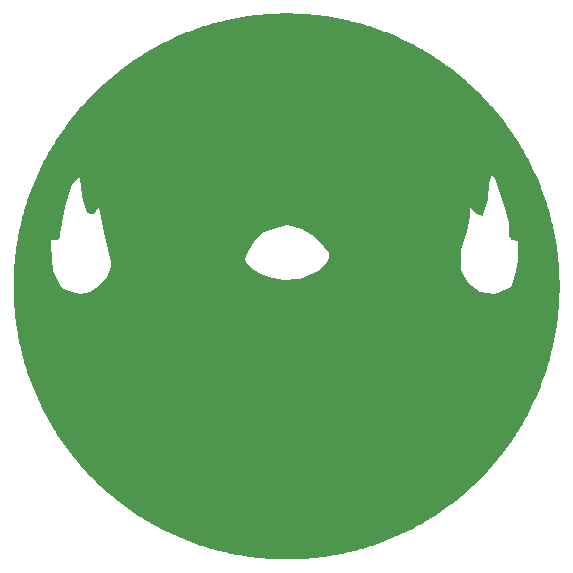
<source format=gtl>
G04 Layer: TopLayer*
G04 EasyEDA v6.4.7, 2020-11-14T21:45:58--5:00*
G04 4beb7541176d43e18d54f8e2082e3679,79d071017cc24593b82b416037a8e878,10*
G04 Gerber Generator version 0.2*
G04 Scale: 100 percent, Rotated: No, Reflected: No *
G04 Dimensions in millimeters *
G04 leading zeros omitted , absolute positions ,3 integer and 3 decimal *
%FSLAX33Y33*%
%MOMM*%
G90*
D02*


%LPD*%
G36*
G01X23331Y46224D02*
G01X23114Y46225D01*
G01X22896Y46224D01*
G01X22679Y46221D01*
G01X22461Y46216D01*
G01X22244Y46209D01*
G01X22027Y46200D01*
G01X21810Y46188D01*
G01X21593Y46175D01*
G01X21376Y46159D01*
G01X21159Y46142D01*
G01X20943Y46123D01*
G01X20726Y46102D01*
G01X20511Y46078D01*
G01X20295Y46052D01*
G01X20079Y46025D01*
G01X19863Y45995D01*
G01X19648Y45964D01*
G01X19434Y45930D01*
G01X19219Y45894D01*
G01X19005Y45857D01*
G01X18791Y45817D01*
G01X18578Y45775D01*
G01X18365Y45732D01*
G01X18152Y45686D01*
G01X17941Y45639D01*
G01X17729Y45589D01*
G01X17518Y45537D01*
G01X17307Y45484D01*
G01X17097Y45428D01*
G01X16887Y45371D01*
G01X16678Y45311D01*
G01X16470Y45250D01*
G01X16262Y45186D01*
G01X16054Y45121D01*
G01X15848Y45053D01*
G01X15642Y44984D01*
G01X15436Y44913D01*
G01X15231Y44840D01*
G01X15028Y44764D01*
G01X14824Y44687D01*
G01X14622Y44609D01*
G01X14420Y44528D01*
G01X14219Y44445D01*
G01X14019Y44360D01*
G01X13819Y44274D01*
G01X13621Y44185D01*
G01X13423Y44095D01*
G01X13226Y44003D01*
G01X13030Y43909D01*
G01X12835Y43813D01*
G01X12641Y43716D01*
G01X12447Y43616D01*
G01X12255Y43515D01*
G01X12063Y43412D01*
G01X11873Y43308D01*
G01X11684Y43201D01*
G01X11495Y43092D01*
G01X11308Y42982D01*
G01X11121Y42870D01*
G01X10936Y42756D01*
G01X10752Y42641D01*
G01X10568Y42524D01*
G01X10387Y42405D01*
G01X10206Y42284D01*
G01X10026Y42162D01*
G01X9848Y42039D01*
G01X9670Y41913D01*
G01X9494Y41786D01*
G01X9319Y41657D01*
G01X9145Y41526D01*
G01X8972Y41394D01*
G01X8801Y41260D01*
G01X8631Y41125D01*
G01X8462Y40987D01*
G01X8295Y40849D01*
G01X8129Y40709D01*
G01X7964Y40567D01*
G01X7800Y40424D01*
G01X7638Y40279D01*
G01X7477Y40133D01*
G01X7318Y39985D01*
G01X7160Y39835D01*
G01X7003Y39684D01*
G01X6848Y39533D01*
G01X6694Y39379D01*
G01X6543Y39224D01*
G01X6392Y39067D01*
G01X6242Y38909D01*
G01X6094Y38750D01*
G01X5948Y38589D01*
G01X5803Y38427D01*
G01X5660Y38263D01*
G01X5518Y38098D01*
G01X5378Y37932D01*
G01X5240Y37765D01*
G01X5102Y37596D01*
G01X4967Y37426D01*
G01X4833Y37255D01*
G01X4701Y37082D01*
G01X4570Y36908D01*
G01X4441Y36733D01*
G01X4314Y36557D01*
G01X4188Y36379D01*
G01X4065Y36201D01*
G01X3943Y36021D01*
G01X3822Y35840D01*
G01X3703Y35659D01*
G01X3586Y35475D01*
G01X3471Y35291D01*
G01X3357Y35106D01*
G01X3245Y34919D01*
G01X3135Y34732D01*
G01X3026Y34544D01*
G01X2919Y34354D01*
G01X2815Y34164D01*
G01X2712Y33972D01*
G01X2611Y33780D01*
G01X2511Y33586D01*
G01X2414Y33392D01*
G01X2318Y33197D01*
G01X2224Y33001D01*
G01X2132Y32804D01*
G01X2042Y32606D01*
G01X1953Y32408D01*
G01X1867Y32208D01*
G01X1782Y32008D01*
G01X1699Y31807D01*
G01X1618Y31605D01*
G01X1540Y31403D01*
G01X1463Y31199D01*
G01X1387Y30996D01*
G01X1314Y30791D01*
G01X1243Y30585D01*
G01X1174Y30379D01*
G01X1106Y30173D01*
G01X1041Y29965D01*
G01X977Y29757D01*
G01X916Y29549D01*
G01X856Y29340D01*
G01X799Y29130D01*
G01X743Y28920D01*
G01X690Y28709D01*
G01X638Y28498D01*
G01X588Y28286D01*
G01X541Y28075D01*
G01X495Y27862D01*
G01X452Y27649D01*
G01X410Y27436D01*
G01X370Y27222D01*
G01X333Y27008D01*
G01X297Y26793D01*
G01X263Y26579D01*
G01X232Y26364D01*
G01X202Y26148D01*
G01X175Y25932D01*
G01X149Y25716D01*
G01X125Y25501D01*
G01X104Y25284D01*
G01X85Y25068D01*
G01X68Y24851D01*
G01X52Y24634D01*
G01X39Y24417D01*
G01X27Y24200D01*
G01X18Y23983D01*
G01X11Y23766D01*
G01X6Y23548D01*
G01X3Y23331D01*
G01X2Y23114D01*
G01X3Y22896D01*
G01X6Y22679D01*
G01X11Y22461D01*
G01X18Y22244D01*
G01X27Y22027D01*
G01X39Y21810D01*
G01X52Y21593D01*
G01X68Y21376D01*
G01X85Y21159D01*
G01X104Y20943D01*
G01X125Y20726D01*
G01X149Y20511D01*
G01X175Y20295D01*
G01X202Y20079D01*
G01X232Y19863D01*
G01X263Y19648D01*
G01X297Y19434D01*
G01X333Y19219D01*
G01X370Y19005D01*
G01X410Y18791D01*
G01X452Y18578D01*
G01X495Y18365D01*
G01X541Y18152D01*
G01X588Y17941D01*
G01X638Y17729D01*
G01X690Y17518D01*
G01X743Y17307D01*
G01X799Y17097D01*
G01X856Y16887D01*
G01X916Y16678D01*
G01X977Y16470D01*
G01X1041Y16262D01*
G01X1106Y16054D01*
G01X1174Y15848D01*
G01X1243Y15642D01*
G01X1314Y15436D01*
G01X1387Y15231D01*
G01X1463Y15028D01*
G01X1540Y14824D01*
G01X1618Y14622D01*
G01X1699Y14420D01*
G01X1782Y14219D01*
G01X1867Y14019D01*
G01X1953Y13819D01*
G01X2042Y13621D01*
G01X2132Y13423D01*
G01X2224Y13226D01*
G01X2318Y13030D01*
G01X2414Y12835D01*
G01X2511Y12641D01*
G01X2611Y12447D01*
G01X2712Y12255D01*
G01X2815Y12063D01*
G01X2919Y11873D01*
G01X3026Y11684D01*
G01X3135Y11495D01*
G01X3245Y11308D01*
G01X3357Y11121D01*
G01X3471Y10936D01*
G01X3586Y10752D01*
G01X3703Y10568D01*
G01X3822Y10387D01*
G01X3943Y10206D01*
G01X4065Y10026D01*
G01X4188Y9848D01*
G01X4314Y9670D01*
G01X4441Y9494D01*
G01X4570Y9319D01*
G01X4701Y9145D01*
G01X4833Y8972D01*
G01X4967Y8801D01*
G01X5102Y8631D01*
G01X5240Y8462D01*
G01X5378Y8295D01*
G01X5518Y8129D01*
G01X5660Y7964D01*
G01X5803Y7800D01*
G01X5948Y7638D01*
G01X6094Y7477D01*
G01X6242Y7318D01*
G01X6392Y7160D01*
G01X6543Y7003D01*
G01X6694Y6848D01*
G01X6848Y6694D01*
G01X7003Y6543D01*
G01X7160Y6392D01*
G01X7318Y6242D01*
G01X7477Y6094D01*
G01X7638Y5948D01*
G01X7800Y5803D01*
G01X7964Y5660D01*
G01X8129Y5518D01*
G01X8295Y5378D01*
G01X8462Y5240D01*
G01X8631Y5102D01*
G01X8801Y4967D01*
G01X8972Y4833D01*
G01X9145Y4701D01*
G01X9319Y4570D01*
G01X9494Y4441D01*
G01X9670Y4314D01*
G01X9848Y4188D01*
G01X10026Y4065D01*
G01X10206Y3943D01*
G01X10387Y3822D01*
G01X10568Y3703D01*
G01X10752Y3586D01*
G01X10936Y3471D01*
G01X11121Y3357D01*
G01X11308Y3245D01*
G01X11495Y3135D01*
G01X11684Y3026D01*
G01X11873Y2919D01*
G01X12063Y2815D01*
G01X12255Y2712D01*
G01X12447Y2611D01*
G01X12641Y2511D01*
G01X12835Y2414D01*
G01X13030Y2318D01*
G01X13226Y2224D01*
G01X13423Y2132D01*
G01X13621Y2042D01*
G01X13819Y1953D01*
G01X14019Y1867D01*
G01X14219Y1782D01*
G01X14420Y1699D01*
G01X14622Y1618D01*
G01X14824Y1540D01*
G01X15028Y1463D01*
G01X15231Y1387D01*
G01X15436Y1314D01*
G01X15642Y1243D01*
G01X15848Y1174D01*
G01X16054Y1106D01*
G01X16262Y1041D01*
G01X16470Y977D01*
G01X16678Y916D01*
G01X16887Y856D01*
G01X17097Y799D01*
G01X17307Y743D01*
G01X17518Y690D01*
G01X17729Y638D01*
G01X17941Y588D01*
G01X18152Y541D01*
G01X18365Y495D01*
G01X18578Y452D01*
G01X18791Y410D01*
G01X19005Y370D01*
G01X19219Y333D01*
G01X19434Y297D01*
G01X19648Y263D01*
G01X19863Y232D01*
G01X20079Y202D01*
G01X20295Y175D01*
G01X20511Y149D01*
G01X20726Y125D01*
G01X20943Y104D01*
G01X21159Y85D01*
G01X21376Y68D01*
G01X21593Y52D01*
G01X21810Y39D01*
G01X22027Y27D01*
G01X22244Y18D01*
G01X22461Y11D01*
G01X22679Y6D01*
G01X22896Y3D01*
G01X23114Y2D01*
G01X23331Y3D01*
G01X23548Y6D01*
G01X23766Y11D01*
G01X23983Y18D01*
G01X24200Y27D01*
G01X24417Y39D01*
G01X24634Y52D01*
G01X24851Y68D01*
G01X25068Y85D01*
G01X25284Y104D01*
G01X25501Y125D01*
G01X25716Y149D01*
G01X25932Y175D01*
G01X26148Y202D01*
G01X26364Y232D01*
G01X26579Y263D01*
G01X26793Y297D01*
G01X27008Y333D01*
G01X27222Y370D01*
G01X27436Y410D01*
G01X27649Y452D01*
G01X27862Y495D01*
G01X28075Y541D01*
G01X28286Y588D01*
G01X28498Y638D01*
G01X28709Y690D01*
G01X28920Y743D01*
G01X29130Y799D01*
G01X29340Y856D01*
G01X29549Y916D01*
G01X29757Y977D01*
G01X29965Y1041D01*
G01X30173Y1106D01*
G01X30379Y1174D01*
G01X30585Y1243D01*
G01X30791Y1314D01*
G01X30996Y1387D01*
G01X31199Y1463D01*
G01X31403Y1540D01*
G01X31605Y1618D01*
G01X31807Y1699D01*
G01X32008Y1782D01*
G01X32208Y1867D01*
G01X32408Y1953D01*
G01X32606Y2042D01*
G01X32804Y2132D01*
G01X33001Y2224D01*
G01X33197Y2318D01*
G01X33392Y2414D01*
G01X33586Y2511D01*
G01X33780Y2611D01*
G01X33972Y2712D01*
G01X34164Y2815D01*
G01X34354Y2919D01*
G01X34544Y3026D01*
G01X34732Y3135D01*
G01X34919Y3245D01*
G01X35106Y3357D01*
G01X35291Y3471D01*
G01X35475Y3586D01*
G01X35659Y3703D01*
G01X35840Y3822D01*
G01X36021Y3943D01*
G01X36201Y4065D01*
G01X36379Y4188D01*
G01X36557Y4314D01*
G01X36733Y4441D01*
G01X36908Y4570D01*
G01X37082Y4701D01*
G01X37255Y4833D01*
G01X37426Y4967D01*
G01X37596Y5102D01*
G01X37765Y5240D01*
G01X37932Y5378D01*
G01X38098Y5518D01*
G01X38263Y5660D01*
G01X38427Y5803D01*
G01X38589Y5948D01*
G01X38750Y6094D01*
G01X38909Y6242D01*
G01X39067Y6392D01*
G01X39224Y6543D01*
G01X39379Y6694D01*
G01X39533Y6848D01*
G01X39684Y7003D01*
G01X39835Y7160D01*
G01X39985Y7318D01*
G01X40133Y7477D01*
G01X40279Y7638D01*
G01X40424Y7800D01*
G01X40567Y7964D01*
G01X40709Y8129D01*
G01X40849Y8295D01*
G01X40987Y8462D01*
G01X41125Y8631D01*
G01X41260Y8801D01*
G01X41394Y8972D01*
G01X41526Y9145D01*
G01X41657Y9319D01*
G01X41786Y9494D01*
G01X41913Y9670D01*
G01X42039Y9848D01*
G01X42162Y10026D01*
G01X42284Y10206D01*
G01X42405Y10387D01*
G01X42524Y10568D01*
G01X42641Y10752D01*
G01X42756Y10936D01*
G01X42870Y11121D01*
G01X42982Y11308D01*
G01X43092Y11495D01*
G01X43201Y11684D01*
G01X43308Y11873D01*
G01X43412Y12063D01*
G01X43515Y12255D01*
G01X43616Y12447D01*
G01X43716Y12641D01*
G01X43813Y12835D01*
G01X43909Y13030D01*
G01X44003Y13226D01*
G01X44095Y13423D01*
G01X44185Y13621D01*
G01X44274Y13819D01*
G01X44360Y14019D01*
G01X44445Y14219D01*
G01X44528Y14420D01*
G01X44609Y14622D01*
G01X44687Y14824D01*
G01X44764Y15028D01*
G01X44840Y15231D01*
G01X44913Y15436D01*
G01X44984Y15642D01*
G01X45053Y15848D01*
G01X45121Y16054D01*
G01X45186Y16262D01*
G01X45250Y16470D01*
G01X45311Y16678D01*
G01X45371Y16887D01*
G01X45428Y17097D01*
G01X45484Y17307D01*
G01X45537Y17518D01*
G01X45589Y17729D01*
G01X45639Y17941D01*
G01X45686Y18152D01*
G01X45732Y18365D01*
G01X45775Y18578D01*
G01X45817Y18791D01*
G01X45857Y19005D01*
G01X45894Y19219D01*
G01X45930Y19434D01*
G01X45964Y19648D01*
G01X45995Y19863D01*
G01X46025Y20079D01*
G01X46052Y20295D01*
G01X46078Y20511D01*
G01X46102Y20726D01*
G01X46123Y20943D01*
G01X46142Y21159D01*
G01X46159Y21376D01*
G01X46175Y21593D01*
G01X46188Y21810D01*
G01X46200Y22027D01*
G01X46209Y22244D01*
G01X46216Y22461D01*
G01X46221Y22679D01*
G01X46224Y22896D01*
G01X46225Y23114D01*
G01X46224Y23331D01*
G01X46221Y23548D01*
G01X46216Y23766D01*
G01X46209Y23983D01*
G01X46200Y24200D01*
G01X46188Y24417D01*
G01X46175Y24634D01*
G01X46159Y24851D01*
G01X46142Y25068D01*
G01X46123Y25284D01*
G01X46102Y25501D01*
G01X46078Y25716D01*
G01X46052Y25932D01*
G01X46025Y26148D01*
G01X45995Y26364D01*
G01X45964Y26579D01*
G01X45930Y26793D01*
G01X45894Y27008D01*
G01X45857Y27222D01*
G01X45817Y27436D01*
G01X45775Y27649D01*
G01X45732Y27862D01*
G01X45686Y28075D01*
G01X45639Y28286D01*
G01X45589Y28498D01*
G01X45537Y28709D01*
G01X45484Y28920D01*
G01X45428Y29130D01*
G01X45371Y29340D01*
G01X45311Y29549D01*
G01X45250Y29757D01*
G01X45186Y29965D01*
G01X45121Y30173D01*
G01X45053Y30379D01*
G01X44984Y30585D01*
G01X44913Y30791D01*
G01X44840Y30996D01*
G01X44764Y31199D01*
G01X44687Y31403D01*
G01X44609Y31605D01*
G01X44528Y31807D01*
G01X44445Y32008D01*
G01X44360Y32208D01*
G01X44274Y32408D01*
G01X44185Y32606D01*
G01X44095Y32804D01*
G01X44003Y33001D01*
G01X43909Y33197D01*
G01X43813Y33392D01*
G01X43716Y33586D01*
G01X43616Y33780D01*
G01X43515Y33972D01*
G01X43412Y34164D01*
G01X43308Y34354D01*
G01X43201Y34544D01*
G01X43092Y34732D01*
G01X42982Y34919D01*
G01X42870Y35106D01*
G01X42756Y35291D01*
G01X42641Y35475D01*
G01X42524Y35659D01*
G01X42405Y35840D01*
G01X42284Y36021D01*
G01X42162Y36201D01*
G01X42039Y36379D01*
G01X41913Y36557D01*
G01X41786Y36733D01*
G01X41657Y36908D01*
G01X41526Y37082D01*
G01X41394Y37255D01*
G01X41260Y37426D01*
G01X41125Y37596D01*
G01X40987Y37765D01*
G01X40849Y37932D01*
G01X40709Y38098D01*
G01X40567Y38263D01*
G01X40424Y38427D01*
G01X40279Y38589D01*
G01X40133Y38750D01*
G01X39985Y38909D01*
G01X39835Y39067D01*
G01X39684Y39224D01*
G01X39533Y39379D01*
G01X39379Y39533D01*
G01X39224Y39684D01*
G01X39067Y39835D01*
G01X38909Y39985D01*
G01X38750Y40133D01*
G01X38589Y40279D01*
G01X38427Y40424D01*
G01X38263Y40567D01*
G01X38098Y40709D01*
G01X37932Y40849D01*
G01X37765Y40987D01*
G01X37596Y41125D01*
G01X37426Y41260D01*
G01X37255Y41394D01*
G01X37082Y41526D01*
G01X36908Y41657D01*
G01X36733Y41786D01*
G01X36557Y41913D01*
G01X36379Y42039D01*
G01X36201Y42162D01*
G01X36021Y42284D01*
G01X35840Y42405D01*
G01X35659Y42524D01*
G01X35475Y42641D01*
G01X35291Y42756D01*
G01X35106Y42870D01*
G01X34919Y42982D01*
G01X34732Y43092D01*
G01X34544Y43201D01*
G01X34354Y43308D01*
G01X34164Y43412D01*
G01X33972Y43515D01*
G01X33780Y43616D01*
G01X33586Y43716D01*
G01X33392Y43813D01*
G01X33197Y43909D01*
G01X33001Y44003D01*
G01X32804Y44095D01*
G01X32606Y44185D01*
G01X32408Y44274D01*
G01X32208Y44360D01*
G01X32008Y44445D01*
G01X31807Y44528D01*
G01X31605Y44609D01*
G01X31403Y44687D01*
G01X31199Y44764D01*
G01X30996Y44840D01*
G01X30791Y44913D01*
G01X30585Y44984D01*
G01X30379Y45053D01*
G01X30173Y45121D01*
G01X29965Y45186D01*
G01X29757Y45250D01*
G01X29549Y45311D01*
G01X29340Y45371D01*
G01X29130Y45428D01*
G01X28920Y45484D01*
G01X28709Y45537D01*
G01X28498Y45589D01*
G01X28286Y45639D01*
G01X28075Y45686D01*
G01X27862Y45732D01*
G01X27649Y45775D01*
G01X27436Y45817D01*
G01X27222Y45857D01*
G01X27008Y45894D01*
G01X26793Y45930D01*
G01X26579Y45964D01*
G01X26364Y45995D01*
G01X26148Y46025D01*
G01X25932Y46052D01*
G01X25716Y46078D01*
G01X25501Y46102D01*
G01X25284Y46123D01*
G01X25068Y46142D01*
G01X24851Y46159D01*
G01X24634Y46175D01*
G01X24417Y46188D01*
G01X24200Y46200D01*
G01X23983Y46209D01*
G01X23766Y46216D01*
G01X23548Y46221D01*
G01X23331Y46224D01*
G37*

%LPC*%
G36*
G01X40767Y32258D02*
G01X40513Y32512D01*
G01X40259Y31877D01*
G01X40133Y30489D01*
G01X40129Y30471D01*
G01X39777Y29179D01*
G01X39772Y29165D01*
G01X39765Y29152D01*
G01X39756Y29140D01*
G01X39746Y29129D01*
G01X39734Y29120D01*
G01X39722Y29113D01*
G01X39708Y29108D01*
G01X39693Y29105D01*
G01X39679Y29104D01*
G01X39654Y29106D01*
G01X39270Y29203D01*
G01X39253Y29208D01*
G01X39236Y29218D01*
G01X39223Y29229D01*
G01X38608Y29845D01*
G01X38608Y28966D01*
G01X38605Y28946D01*
G01X38355Y27692D01*
G01X38351Y27679D01*
G01X37846Y26162D01*
G01X37846Y24511D01*
G01X38481Y23368D01*
G01X39497Y22606D01*
G01X40767Y22479D01*
G01X41910Y22987D01*
G01X42164Y23241D01*
G01X42545Y24384D01*
G01X42672Y25273D01*
G01X42672Y26924D01*
G01X42202Y27041D01*
G01X42187Y27045D01*
G01X42174Y27053D01*
G01X42162Y27061D01*
G01X42151Y27071D01*
G01X42142Y27083D01*
G01X41927Y27406D01*
G01X41919Y27419D01*
G01X41914Y27433D01*
G01X41911Y27447D01*
G01X41910Y27462D01*
G01X41910Y28448D01*
G01X41529Y29972D01*
G01X40767Y32258D01*
G37*
G36*
G01X5588Y32258D02*
G01X5461Y32258D01*
G01X4953Y31750D01*
G01X4318Y29845D01*
G01X3937Y27559D01*
G01X3937Y27347D01*
G01X3935Y27331D01*
G01X3931Y27315D01*
G01X3925Y27300D01*
G01X3917Y27287D01*
G01X3907Y27275D01*
G01X3712Y27080D01*
G01X3700Y27070D01*
G01X3687Y27062D01*
G01X3672Y27056D01*
G01X3656Y27052D01*
G01X3640Y27051D01*
G01X3175Y27051D01*
G01X3175Y26543D01*
G01X3302Y24384D01*
G01X3810Y23368D01*
G01X4064Y22987D01*
G01X4699Y22733D01*
G01X5588Y22479D01*
G01X6477Y22606D01*
G01X7239Y23114D01*
G01X7874Y23876D01*
G01X8255Y24765D01*
G01X8255Y25146D01*
G01X7747Y27302D01*
G01X7746Y27306D01*
G01X7493Y28575D01*
G01X7239Y29845D01*
G01X6990Y29472D01*
G01X6977Y29456D01*
G01X6760Y29239D01*
G01X6748Y29229D01*
G01X6735Y29221D01*
G01X6720Y29215D01*
G01X6704Y29211D01*
G01X6688Y29210D01*
G01X6500Y29210D01*
G01X6485Y29211D01*
G01X6469Y29214D01*
G01X6455Y29220D01*
G01X6258Y29319D01*
G01X6245Y29326D01*
G01X6233Y29336D01*
G01X6223Y29347D01*
G01X6215Y29360D01*
G01X6208Y29374D01*
G01X5846Y30341D01*
G01X5840Y30365D01*
G01X5715Y31496D01*
G01X5588Y32258D01*
G37*
G36*
G01X24384Y27940D02*
G01X23114Y28321D01*
G01X22225Y28067D01*
G01X21209Y27686D01*
G01X20447Y27051D01*
G01X19812Y26035D01*
G01X19558Y25400D01*
G01X19685Y25146D01*
G01X20320Y24511D01*
G01X20955Y24130D01*
G01X21590Y23876D01*
G01X22350Y23749D01*
G01X22348Y23749D01*
G01X22353Y23748D01*
G01X22987Y23622D01*
G01X23241Y23622D01*
G01X23736Y23745D01*
G01X23761Y23749D01*
G01X24130Y23749D01*
G01X24638Y23876D01*
G01X25781Y24384D01*
G01X26416Y25019D01*
G01X26670Y25527D01*
G01X26670Y25908D01*
G01X26289Y26416D01*
G01X25527Y27305D01*
G01X24384Y27940D01*
G37*

%LPD*%
M00*
M02*

</source>
